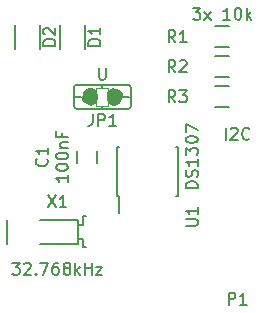
<source format=gto>
G04 #@! TF.FileFunction,Legend,Top*
%FSLAX46Y46*%
G04 Gerber Fmt 4.6, Leading zero omitted, Abs format (unit mm)*
G04 Created by KiCad (PCBNEW 0.201508170901+6097~28~ubuntu14.04.1-product) date So 05 Jun 2016 18:42:39 CEST*
%MOMM*%
G01*
G04 APERTURE LIST*
%ADD10C,0.100000*%
%ADD11C,0.150000*%
%ADD12C,0.066040*%
%ADD13C,0.152400*%
%ADD14C,1.270000*%
G04 APERTURE END LIST*
D10*
D11*
X16643809Y-1387381D02*
X17262857Y-1387381D01*
X16929523Y-1768333D01*
X17072381Y-1768333D01*
X17167619Y-1815952D01*
X17215238Y-1863571D01*
X17262857Y-1958810D01*
X17262857Y-2196905D01*
X17215238Y-2292143D01*
X17167619Y-2339762D01*
X17072381Y-2387381D01*
X16786666Y-2387381D01*
X16691428Y-2339762D01*
X16643809Y-2292143D01*
X17596190Y-2387381D02*
X18120000Y-1720714D01*
X17596190Y-1720714D02*
X18120000Y-2387381D01*
X19786667Y-2387381D02*
X19215238Y-2387381D01*
X19500952Y-2387381D02*
X19500952Y-1387381D01*
X19405714Y-1530238D01*
X19310476Y-1625476D01*
X19215238Y-1673095D01*
X20405714Y-1387381D02*
X20500953Y-1387381D01*
X20596191Y-1435000D01*
X20643810Y-1482619D01*
X20691429Y-1577857D01*
X20739048Y-1768333D01*
X20739048Y-2006429D01*
X20691429Y-2196905D01*
X20643810Y-2292143D01*
X20596191Y-2339762D01*
X20500953Y-2387381D01*
X20405714Y-2387381D01*
X20310476Y-2339762D01*
X20262857Y-2292143D01*
X20215238Y-2196905D01*
X20167619Y-2006429D01*
X20167619Y-1768333D01*
X20215238Y-1577857D01*
X20262857Y-1482619D01*
X20310476Y-1435000D01*
X20405714Y-1387381D01*
X21167619Y-2387381D02*
X21167619Y-1387381D01*
X21262857Y-2006429D02*
X21548572Y-2387381D01*
X21548572Y-1720714D02*
X21167619Y-2101667D01*
X8540000Y-14500000D02*
X8540000Y-13500000D01*
X6840000Y-13500000D02*
X6840000Y-14500000D01*
X18520000Y-2965000D02*
X19720000Y-2965000D01*
X19720000Y-4715000D02*
X18520000Y-4715000D01*
X18520000Y-5505000D02*
X19720000Y-5505000D01*
X19720000Y-7255000D02*
X18520000Y-7255000D01*
X18520000Y-8045000D02*
X19720000Y-8045000D01*
X19720000Y-9795000D02*
X18520000Y-9795000D01*
X10195000Y-17345000D02*
X10340000Y-17345000D01*
X10195000Y-13195000D02*
X10340000Y-13195000D01*
X15345000Y-13195000D02*
X15200000Y-13195000D01*
X15345000Y-17345000D02*
X15200000Y-17345000D01*
X10195000Y-17345000D02*
X10195000Y-13195000D01*
X15345000Y-17345000D02*
X15345000Y-13195000D01*
X10340000Y-17345000D02*
X10340000Y-18745000D01*
X7590000Y-21650000D02*
X7290000Y-21650000D01*
X7290000Y-21650000D02*
X7290000Y-20950000D01*
X7290000Y-20950000D02*
X6890000Y-20950000D01*
X7590000Y-19050000D02*
X7290000Y-19050000D01*
X7290000Y-19050000D02*
X7290000Y-19750000D01*
X7290000Y-19750000D02*
X6890000Y-19750000D01*
X6890000Y-19350000D02*
X6890000Y-21350000D01*
X3690000Y-21350000D02*
X6890000Y-21350000D01*
X3690000Y-19350000D02*
X6890000Y-19350000D01*
X890000Y-19350000D02*
X890000Y-21350000D01*
D12*
X9468000Y-8158000D02*
X8452000Y-8158000D01*
X8452000Y-8158000D02*
X8452000Y-9682000D01*
X9468000Y-9682000D02*
X8452000Y-9682000D01*
X9468000Y-8158000D02*
X9468000Y-9682000D01*
D13*
X6801000Y-7904000D02*
X11119000Y-7904000D01*
X6547000Y-8158000D02*
X6547000Y-9682000D01*
X11373000Y-8158000D02*
X11373000Y-9682000D01*
X11119000Y-9936000D02*
X6801000Y-9936000D01*
X7182000Y-8920000D02*
X6674000Y-8920000D01*
X10738000Y-8920000D02*
X11246000Y-8920000D01*
X8960000Y-9682000D02*
X8960000Y-9936000D01*
X8960000Y-7904000D02*
X8960000Y-8158000D01*
X6547000Y-9682000D02*
G75*
G03X6801000Y-9936000I254000J0D01*
G01*
X11119000Y-9936000D02*
G75*
G03X11373000Y-9682000I0J254000D01*
G01*
X11373000Y-8158000D02*
G75*
G03X11119000Y-7904000I-254000J0D01*
G01*
X6801000Y-7904000D02*
G75*
G03X6547000Y-8158000I0J-254000D01*
G01*
D14*
X7944000Y-8793000D02*
G75*
G03X7944000Y-9047000I0J-127000D01*
G01*
X9976000Y-9047000D02*
G75*
G03X9976000Y-8793000I0J127000D01*
G01*
D11*
X7495000Y-2840000D02*
X7495000Y-4840000D01*
X5345000Y-4840000D02*
X5345000Y-2840000D01*
X3685000Y-2840000D02*
X3685000Y-4840000D01*
X1535000Y-4840000D02*
X1535000Y-2840000D01*
X4237143Y-14166666D02*
X4284762Y-14214285D01*
X4332381Y-14357142D01*
X4332381Y-14452380D01*
X4284762Y-14595238D01*
X4189524Y-14690476D01*
X4094286Y-14738095D01*
X3903810Y-14785714D01*
X3760952Y-14785714D01*
X3570476Y-14738095D01*
X3475238Y-14690476D01*
X3380000Y-14595238D01*
X3332381Y-14452380D01*
X3332381Y-14357142D01*
X3380000Y-14214285D01*
X3427619Y-14166666D01*
X4332381Y-13214285D02*
X4332381Y-13785714D01*
X4332381Y-13500000D02*
X3332381Y-13500000D01*
X3475238Y-13595238D01*
X3570476Y-13690476D01*
X3618095Y-13785714D01*
X6042381Y-15547619D02*
X6042381Y-16119048D01*
X6042381Y-15833334D02*
X5042381Y-15833334D01*
X5185238Y-15928572D01*
X5280476Y-16023810D01*
X5328095Y-16119048D01*
X5042381Y-14928572D02*
X5042381Y-14833333D01*
X5090000Y-14738095D01*
X5137619Y-14690476D01*
X5232857Y-14642857D01*
X5423333Y-14595238D01*
X5661429Y-14595238D01*
X5851905Y-14642857D01*
X5947143Y-14690476D01*
X5994762Y-14738095D01*
X6042381Y-14833333D01*
X6042381Y-14928572D01*
X5994762Y-15023810D01*
X5947143Y-15071429D01*
X5851905Y-15119048D01*
X5661429Y-15166667D01*
X5423333Y-15166667D01*
X5232857Y-15119048D01*
X5137619Y-15071429D01*
X5090000Y-15023810D01*
X5042381Y-14928572D01*
X5042381Y-13976191D02*
X5042381Y-13880952D01*
X5090000Y-13785714D01*
X5137619Y-13738095D01*
X5232857Y-13690476D01*
X5423333Y-13642857D01*
X5661429Y-13642857D01*
X5851905Y-13690476D01*
X5947143Y-13738095D01*
X5994762Y-13785714D01*
X6042381Y-13880952D01*
X6042381Y-13976191D01*
X5994762Y-14071429D01*
X5947143Y-14119048D01*
X5851905Y-14166667D01*
X5661429Y-14214286D01*
X5423333Y-14214286D01*
X5232857Y-14166667D01*
X5137619Y-14119048D01*
X5090000Y-14071429D01*
X5042381Y-13976191D01*
X5375714Y-13214286D02*
X6042381Y-13214286D01*
X5470952Y-13214286D02*
X5423333Y-13166667D01*
X5375714Y-13071429D01*
X5375714Y-12928571D01*
X5423333Y-12833333D01*
X5518571Y-12785714D01*
X6042381Y-12785714D01*
X5518571Y-11976190D02*
X5518571Y-12309524D01*
X6042381Y-12309524D02*
X5042381Y-12309524D01*
X5042381Y-11833333D01*
X15143334Y-4292381D02*
X14810000Y-3816190D01*
X14571905Y-4292381D02*
X14571905Y-3292381D01*
X14952858Y-3292381D01*
X15048096Y-3340000D01*
X15095715Y-3387619D01*
X15143334Y-3482857D01*
X15143334Y-3625714D01*
X15095715Y-3720952D01*
X15048096Y-3768571D01*
X14952858Y-3816190D01*
X14571905Y-3816190D01*
X16095715Y-4292381D02*
X15524286Y-4292381D01*
X15810000Y-4292381D02*
X15810000Y-3292381D01*
X15714762Y-3435238D01*
X15619524Y-3530476D01*
X15524286Y-3578095D01*
X15143334Y-6832381D02*
X14810000Y-6356190D01*
X14571905Y-6832381D02*
X14571905Y-5832381D01*
X14952858Y-5832381D01*
X15048096Y-5880000D01*
X15095715Y-5927619D01*
X15143334Y-6022857D01*
X15143334Y-6165714D01*
X15095715Y-6260952D01*
X15048096Y-6308571D01*
X14952858Y-6356190D01*
X14571905Y-6356190D01*
X15524286Y-5927619D02*
X15571905Y-5880000D01*
X15667143Y-5832381D01*
X15905239Y-5832381D01*
X16000477Y-5880000D01*
X16048096Y-5927619D01*
X16095715Y-6022857D01*
X16095715Y-6118095D01*
X16048096Y-6260952D01*
X15476667Y-6832381D01*
X16095715Y-6832381D01*
X15143334Y-9372381D02*
X14810000Y-8896190D01*
X14571905Y-9372381D02*
X14571905Y-8372381D01*
X14952858Y-8372381D01*
X15048096Y-8420000D01*
X15095715Y-8467619D01*
X15143334Y-8562857D01*
X15143334Y-8705714D01*
X15095715Y-8800952D01*
X15048096Y-8848571D01*
X14952858Y-8896190D01*
X14571905Y-8896190D01*
X15476667Y-8372381D02*
X16095715Y-8372381D01*
X15762381Y-8753333D01*
X15905239Y-8753333D01*
X16000477Y-8800952D01*
X16048096Y-8848571D01*
X16095715Y-8943810D01*
X16095715Y-9181905D01*
X16048096Y-9277143D01*
X16000477Y-9324762D01*
X15905239Y-9372381D01*
X15619524Y-9372381D01*
X15524286Y-9324762D01*
X15476667Y-9277143D01*
X16032381Y-19841905D02*
X16841905Y-19841905D01*
X16937143Y-19794286D01*
X16984762Y-19746667D01*
X17032381Y-19651429D01*
X17032381Y-19460952D01*
X16984762Y-19365714D01*
X16937143Y-19318095D01*
X16841905Y-19270476D01*
X16032381Y-19270476D01*
X17032381Y-18270476D02*
X17032381Y-18841905D01*
X17032381Y-18556191D02*
X16032381Y-18556191D01*
X16175238Y-18651429D01*
X16270476Y-18746667D01*
X16318095Y-18841905D01*
X17032381Y-16642857D02*
X16032381Y-16642857D01*
X16032381Y-16404762D01*
X16080000Y-16261904D01*
X16175238Y-16166666D01*
X16270476Y-16119047D01*
X16460952Y-16071428D01*
X16603810Y-16071428D01*
X16794286Y-16119047D01*
X16889524Y-16166666D01*
X16984762Y-16261904D01*
X17032381Y-16404762D01*
X17032381Y-16642857D01*
X16984762Y-15690476D02*
X17032381Y-15547619D01*
X17032381Y-15309523D01*
X16984762Y-15214285D01*
X16937143Y-15166666D01*
X16841905Y-15119047D01*
X16746667Y-15119047D01*
X16651429Y-15166666D01*
X16603810Y-15214285D01*
X16556190Y-15309523D01*
X16508571Y-15500000D01*
X16460952Y-15595238D01*
X16413333Y-15642857D01*
X16318095Y-15690476D01*
X16222857Y-15690476D01*
X16127619Y-15642857D01*
X16080000Y-15595238D01*
X16032381Y-15500000D01*
X16032381Y-15261904D01*
X16080000Y-15119047D01*
X17032381Y-14166666D02*
X17032381Y-14738095D01*
X17032381Y-14452381D02*
X16032381Y-14452381D01*
X16175238Y-14547619D01*
X16270476Y-14642857D01*
X16318095Y-14738095D01*
X16032381Y-13833333D02*
X16032381Y-13214285D01*
X16413333Y-13547619D01*
X16413333Y-13404761D01*
X16460952Y-13309523D01*
X16508571Y-13261904D01*
X16603810Y-13214285D01*
X16841905Y-13214285D01*
X16937143Y-13261904D01*
X16984762Y-13309523D01*
X17032381Y-13404761D01*
X17032381Y-13690476D01*
X16984762Y-13785714D01*
X16937143Y-13833333D01*
X16032381Y-12595238D02*
X16032381Y-12499999D01*
X16080000Y-12404761D01*
X16127619Y-12357142D01*
X16222857Y-12309523D01*
X16413333Y-12261904D01*
X16651429Y-12261904D01*
X16841905Y-12309523D01*
X16937143Y-12357142D01*
X16984762Y-12404761D01*
X17032381Y-12499999D01*
X17032381Y-12595238D01*
X16984762Y-12690476D01*
X16937143Y-12738095D01*
X16841905Y-12785714D01*
X16651429Y-12833333D01*
X16413333Y-12833333D01*
X16222857Y-12785714D01*
X16127619Y-12738095D01*
X16080000Y-12690476D01*
X16032381Y-12595238D01*
X16032381Y-11928571D02*
X16032381Y-11261904D01*
X17032381Y-11690476D01*
X4340476Y-17262381D02*
X5007143Y-18262381D01*
X5007143Y-17262381D02*
X4340476Y-18262381D01*
X5911905Y-18262381D02*
X5340476Y-18262381D01*
X5626190Y-18262381D02*
X5626190Y-17262381D01*
X5530952Y-17405238D01*
X5435714Y-17500476D01*
X5340476Y-17548095D01*
X1340476Y-22977381D02*
X1959524Y-22977381D01*
X1626190Y-23358333D01*
X1769048Y-23358333D01*
X1864286Y-23405952D01*
X1911905Y-23453571D01*
X1959524Y-23548810D01*
X1959524Y-23786905D01*
X1911905Y-23882143D01*
X1864286Y-23929762D01*
X1769048Y-23977381D01*
X1483333Y-23977381D01*
X1388095Y-23929762D01*
X1340476Y-23882143D01*
X2340476Y-23072619D02*
X2388095Y-23025000D01*
X2483333Y-22977381D01*
X2721429Y-22977381D01*
X2816667Y-23025000D01*
X2864286Y-23072619D01*
X2911905Y-23167857D01*
X2911905Y-23263095D01*
X2864286Y-23405952D01*
X2292857Y-23977381D01*
X2911905Y-23977381D01*
X3340476Y-23882143D02*
X3388095Y-23929762D01*
X3340476Y-23977381D01*
X3292857Y-23929762D01*
X3340476Y-23882143D01*
X3340476Y-23977381D01*
X3721428Y-22977381D02*
X4388095Y-22977381D01*
X3959523Y-23977381D01*
X5197619Y-22977381D02*
X5007142Y-22977381D01*
X4911904Y-23025000D01*
X4864285Y-23072619D01*
X4769047Y-23215476D01*
X4721428Y-23405952D01*
X4721428Y-23786905D01*
X4769047Y-23882143D01*
X4816666Y-23929762D01*
X4911904Y-23977381D01*
X5102381Y-23977381D01*
X5197619Y-23929762D01*
X5245238Y-23882143D01*
X5292857Y-23786905D01*
X5292857Y-23548810D01*
X5245238Y-23453571D01*
X5197619Y-23405952D01*
X5102381Y-23358333D01*
X4911904Y-23358333D01*
X4816666Y-23405952D01*
X4769047Y-23453571D01*
X4721428Y-23548810D01*
X5864285Y-23405952D02*
X5769047Y-23358333D01*
X5721428Y-23310714D01*
X5673809Y-23215476D01*
X5673809Y-23167857D01*
X5721428Y-23072619D01*
X5769047Y-23025000D01*
X5864285Y-22977381D01*
X6054762Y-22977381D01*
X6150000Y-23025000D01*
X6197619Y-23072619D01*
X6245238Y-23167857D01*
X6245238Y-23215476D01*
X6197619Y-23310714D01*
X6150000Y-23358333D01*
X6054762Y-23405952D01*
X5864285Y-23405952D01*
X5769047Y-23453571D01*
X5721428Y-23501190D01*
X5673809Y-23596429D01*
X5673809Y-23786905D01*
X5721428Y-23882143D01*
X5769047Y-23929762D01*
X5864285Y-23977381D01*
X6054762Y-23977381D01*
X6150000Y-23929762D01*
X6197619Y-23882143D01*
X6245238Y-23786905D01*
X6245238Y-23596429D01*
X6197619Y-23501190D01*
X6150000Y-23453571D01*
X6054762Y-23405952D01*
X6673809Y-23977381D02*
X6673809Y-22977381D01*
X6769047Y-23596429D02*
X7054762Y-23977381D01*
X7054762Y-23310714D02*
X6673809Y-23691667D01*
X7483333Y-23977381D02*
X7483333Y-22977381D01*
X7483333Y-23453571D02*
X8054762Y-23453571D01*
X8054762Y-23977381D02*
X8054762Y-22977381D01*
X8435714Y-23310714D02*
X8959524Y-23310714D01*
X8435714Y-23977381D01*
X8959524Y-23977381D01*
X19651905Y-26517381D02*
X19651905Y-25517381D01*
X20032858Y-25517381D01*
X20128096Y-25565000D01*
X20175715Y-25612619D01*
X20223334Y-25707857D01*
X20223334Y-25850714D01*
X20175715Y-25945952D01*
X20128096Y-25993571D01*
X20032858Y-26041190D01*
X19651905Y-26041190D01*
X21175715Y-26517381D02*
X20604286Y-26517381D01*
X20890000Y-26517381D02*
X20890000Y-25517381D01*
X20794762Y-25660238D01*
X20699524Y-25755476D01*
X20604286Y-25803095D01*
X19413810Y-12547381D02*
X19413810Y-11547381D01*
X19842381Y-11642619D02*
X19890000Y-11595000D01*
X19985238Y-11547381D01*
X20223334Y-11547381D01*
X20318572Y-11595000D01*
X20366191Y-11642619D01*
X20413810Y-11737857D01*
X20413810Y-11833095D01*
X20366191Y-11975952D01*
X19794762Y-12547381D01*
X20413810Y-12547381D01*
X21413810Y-12452143D02*
X21366191Y-12499762D01*
X21223334Y-12547381D01*
X21128096Y-12547381D01*
X20985238Y-12499762D01*
X20890000Y-12404524D01*
X20842381Y-12309286D01*
X20794762Y-12118810D01*
X20794762Y-11975952D01*
X20842381Y-11785476D01*
X20890000Y-11690238D01*
X20985238Y-11595000D01*
X21128096Y-11547381D01*
X21223334Y-11547381D01*
X21366191Y-11595000D01*
X21413810Y-11642619D01*
X8126667Y-10372381D02*
X8126667Y-11086667D01*
X8079047Y-11229524D01*
X7983809Y-11324762D01*
X7840952Y-11372381D01*
X7745714Y-11372381D01*
X8602857Y-11372381D02*
X8602857Y-10372381D01*
X8983810Y-10372381D01*
X9079048Y-10420000D01*
X9126667Y-10467619D01*
X9174286Y-10562857D01*
X9174286Y-10705714D01*
X9126667Y-10800952D01*
X9079048Y-10848571D01*
X8983810Y-10896190D01*
X8602857Y-10896190D01*
X10126667Y-11372381D02*
X9555238Y-11372381D01*
X9840952Y-11372381D02*
X9840952Y-10372381D01*
X9745714Y-10515238D01*
X9650476Y-10610476D01*
X9555238Y-10658095D01*
X8674286Y-6467381D02*
X8674286Y-7276905D01*
X8721905Y-7372143D01*
X8769524Y-7419762D01*
X8864762Y-7467381D01*
X9055239Y-7467381D01*
X9150477Y-7419762D01*
X9198096Y-7372143D01*
X9245715Y-7276905D01*
X9245715Y-6467381D01*
X8777381Y-4578095D02*
X7777381Y-4578095D01*
X7777381Y-4340000D01*
X7825000Y-4197142D01*
X7920238Y-4101904D01*
X8015476Y-4054285D01*
X8205952Y-4006666D01*
X8348810Y-4006666D01*
X8539286Y-4054285D01*
X8634524Y-4101904D01*
X8729762Y-4197142D01*
X8777381Y-4340000D01*
X8777381Y-4578095D01*
X8777381Y-3054285D02*
X8777381Y-3625714D01*
X8777381Y-3340000D02*
X7777381Y-3340000D01*
X7920238Y-3435238D01*
X8015476Y-3530476D01*
X8063095Y-3625714D01*
X4967381Y-4578095D02*
X3967381Y-4578095D01*
X3967381Y-4340000D01*
X4015000Y-4197142D01*
X4110238Y-4101904D01*
X4205476Y-4054285D01*
X4395952Y-4006666D01*
X4538810Y-4006666D01*
X4729286Y-4054285D01*
X4824524Y-4101904D01*
X4919762Y-4197142D01*
X4967381Y-4340000D01*
X4967381Y-4578095D01*
X4062619Y-3625714D02*
X4015000Y-3578095D01*
X3967381Y-3482857D01*
X3967381Y-3244761D01*
X4015000Y-3149523D01*
X4062619Y-3101904D01*
X4157857Y-3054285D01*
X4253095Y-3054285D01*
X4395952Y-3101904D01*
X4967381Y-3673333D01*
X4967381Y-3054285D01*
M02*

</source>
